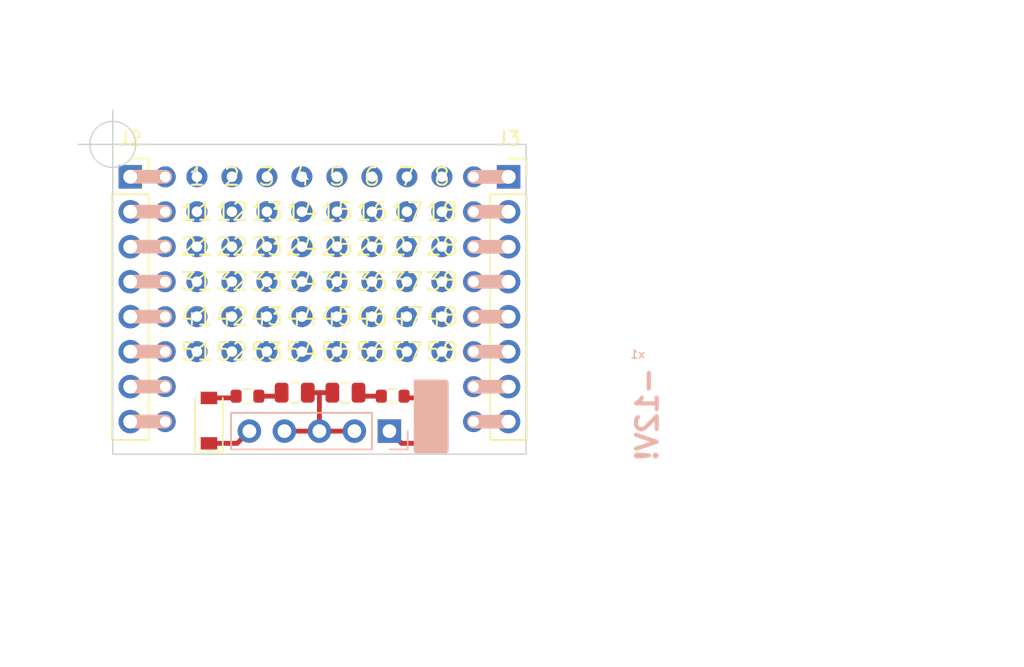
<source format=kicad_pcb>
(kicad_pcb (version 20211014) (generator pcbnew)
  (layers (0 "F.Cu" signal) (31 "B.Cu" signal) (34 "B.Paste" user) (35 "F.Paste" user) (36 "B.SilkS" user "B.Silkscreen") (37 "F.SilkS" user "F.Silkscreen") (38 "B.Mask" user) (39 "F.Mask" user) (44 "Edge.Cuts" user))
  (net 0 "")
  (net 1 "-12V")
  (net 2 "GND")
  (net 3 "+12V")
  (net 4 "Net-(D1-Pad1)")
  (net 5 "Net-(D1-Pad2)")
  (net 6 "Net-(D2-Pad1)")
  (net 7 "Net-(D2-Pad2)")
  (footprint "Eurorack:Single Pad" (layer "F.Cu") (at 39.75 2.3578)
    (fp_text reference "REF**" hide)
    (fp_text value "Single Pad")
    (pad "1" thru_hole circle (at -35.94 0) (size 1.524 1.524) (drill 0.762) (layers *.Cu *.Mask))
  )
  (footprint "" (layer "F.Cu") (at 6.11 4.89)
    (fp_text reference "11" (at 0 0) (layer "F.SilkS") (effects (font (size 1.27 1.27))))
    (fp_text value "" (at 0 0) (layer "F.SilkS") (effects (font (size 1.27 1.27))))
    (pad "1" thru_hole circle (at 0 0) (size 1.524 1.524) (drill 0.762) (layers *.Cu *.Mask))
  )
  (footprint "Resistor_SMD:R_0603_1608Metric" (layer "F.Cu") (at 20.32 18.288 180)
    (fp_text reference "FB1" hide)
    (fp_text value "FerriteBead_Small")
    (fp_line (start -0.237258 0.5225) (end 0.237258 0.5225) (layer "F.SilkS") (width 0.12))
    (fp_line (start -0.237258 -0.5225) (end 0.237258 -0.5225) (layer "F.SilkS") (width 0.12))
    (pad "1" smd roundrect (at -0.825 0 180) (size 0.8 0.95) (layers "F.Cu" "F.Paste" "F.Mask") (net 4 "Net-(D1-Pad1)"))
    (pad "2" smd roundrect (at 0.825 0 180) (size 0.8 0.95) (layers "F.Cu" "F.Paste" "F.Mask") (net 1 "-12V"))
  )
  (footprint "" (layer "F.Cu") (at 6.11 9.97)
    (fp_text reference "31" (at 0 0) (layer "F.SilkS") (effects (font (size 1.27 1.27))))
    (fp_text value "" (at 0 0) (layer "F.SilkS") (effects (font (size 1.27 1.27))))
    (pad "1" thru_hole circle (at 0 0) (size 1.524 1.524) (drill 0.762) (layers *.Cu *.Mask))
  )
  (footprint "" (layer "F.Cu") (at 6.11 15.05)
    (fp_text reference "51" (at 0 0) (layer "F.SilkS") (effects (font (size 1.27 1.27))))
    (fp_text value "" (at 0 0) (layer "F.SilkS") (effects (font (size 1.27 1.27))))
    (pad "1" thru_hole circle (at 0 0) (size 1.524 1.524) (drill 0.762) (layers *.Cu *.Mask))
  )
  (footprint "" (layer "F.Cu") (at 13.73 7.43)
    (fp_text reference "24" (at 0 0) (layer "F.SilkS") (effects (font (size 1.27 1.27))))
    (fp_text value "" (at 0 0) (layer "F.SilkS") (effects (font (size 1.27 1.27))))
    (pad "1" thru_hole circle (at 0 0) (size 1.524 1.524) (drill 0.762) (layers *.Cu *.Mask))
  )
  (footprint "" (layer "F.Cu") (at 16.27 15.05)
    (fp_text reference "55" (at 0 0) (layer "F.SilkS") (effects (font (size 1.27 1.27))))
    (fp_text value "" (at 0 0) (layer "F.SilkS") (effects (font (size 1.27 1.27))))
    (pad "1" thru_hole circle (at 0 0) (size 1.524 1.524) (drill 0.762) (layers *.Cu *.Mask))
  )
  (footprint "" (layer "F.Cu") (at 21.35 4.89)
    (fp_text reference "17" (at 0 0) (layer "F.SilkS") (effects (font (size 1.27 1.27))))
    (fp_text value "" (at 0 0) (layer "F.SilkS") (effects (font (size 1.27 1.27))))
    (pad "1" thru_hole circle (at 0 0) (size 1.524 1.524) (drill 0.762) (layers *.Cu *.Mask))
  )
  (footprint "Diode_SMD:D_SOD-123" (layer "F.Cu") (at 6.985 20.066 90)
    (fp_text reference "D2" hide)
    (fp_text value "1N5817")
    (fp_line (start -2.25 -1) (end -2.25 1) (layer "F.SilkS") (width 0.12))
    (fp_line (start -2.25 1) (end 1.65 1) (layer "F.SilkS") (width 0.12))
    (fp_line (start -2.25 -1) (end 1.65 -1) (layer "F.SilkS") (width 0.12))
    (pad "1" smd rect (at -1.65 0 90) (size 0.9 1.2) (layers "F.Cu" "F.Paste" "F.Mask") (net 6 "Net-(D2-Pad1)"))
    (pad "2" smd rect (at 1.65 0 90) (size 0.9 1.2) (layers "F.Cu" "F.Paste" "F.Mask") (net 7 "Net-(D2-Pad2)"))
  )
  (footprint "Eurorack:Single Pad" (layer "F.Cu") (at 61.94 9.9778)
    (fp_text reference "REF**10" hide)
    (fp_text value "Single Pad")
    (pad "1" thru_hole circle (at -35.75 0) (size 1.524 1.524) (drill 0.762) (layers *.Cu *.Mask))
  )
  (footprint "" (layer "F.Cu") (at 21.35 9.97)
    (fp_text reference "37" (at 0 0) (layer "F.SilkS") (effects (font (size 1.27 1.27))))
    (fp_text value "" (at 0 0) (layer "F.SilkS") (effects (font (size 1.27 1.27))))
    (pad "1" thru_hole circle (at 0 0) (size 1.524 1.524) (drill 0.762) (layers *.Cu *.Mask))
  )
  (footprint "" (layer "F.Cu") (at 13.73 15.05)
    (fp_text reference "54" (at 0 0) (layer "F.SilkS") (effects (font (size 1.27 1.27))))
    (fp_text value "" (at 0 0) (layer "F.SilkS") (effects (font (size 1.27 1.27))))
    (pad "1" thru_hole circle (at 0 0) (size 1.524 1.524) (drill 0.762) (layers *.Cu *.Mask))
  )
  (footprint "" (layer "F.Cu") (at 21.35 12.51)
    (fp_text reference "47" (at 0 0) (layer "F.SilkS") (effects (font (size 1.27 1.27))))
    (fp_text value "" (at 0 0) (layer "F.SilkS") (effects (font (size 1.27 1.27))))
    (pad "1" thru_hole circle (at 0 0) (size 1.524 1.524) (drill 0.762) (layers *.Cu *.Mask))
  )
  (footprint "" (layer "F.Cu") (at 18.81 12.51)
    (fp_text reference "46" (at 0 0) (layer "F.SilkS") (effects (font (size 1.27 1.27))))
    (fp_text value "" (at 0 0) (layer "F.SilkS") (effects (font (size 1.27 1.27))))
    (pad "1" thru_hole circle (at 0 0) (size 1.524 1.524) (drill 0.762) (layers *.Cu *.Mask))
  )
  (footprint "" (layer "F.Cu") (at 23.89 7.43)
    (fp_text reference "28" (at 0 0) (layer "F.SilkS") (effects (font (size 1.27 1.27))))
    (fp_text value "" (at 0 0) (layer "F.SilkS") (effects (font (size 1.27 1.27))))
    (pad "1" thru_hole circle (at 0 0) (size 1.524 1.524) (drill 0.762) (layers *.Cu *.Mask))
  )
  (footprint "Capacitor_SMD:C_0805_2012Metric" (layer "F.Cu") (at 16.891 18.034 180)
    (fp_text reference "C1" hide)
    (fp_text value "10uF")
    (fp_line (start -0.261252 -0.735) (end 0.261252 -0.735) (layer "F.SilkS") (width 0.12))
    (fp_line (start -0.261252 0.735) (end 0.261252 0.735) (layer "F.SilkS") (width 0.12))
    (pad "1" smd roundrect (at -0.95 0 180) (size 1 1.45) (layers "F.Cu" "F.Paste" "F.Mask") (net 1 "-12V"))
    (pad "2" smd roundrect (at 0.95 0 180) (size 1 1.45) (layers "F.Cu" "F.Paste" "F.Mask") (net 2 "GND"))
  )
  (footprint "Eurorack:Single Pad" (layer "F.Cu") (at 61.94 12.5178)
    (fp_text reference "REF**11" hide)
    (fp_text value "Single Pad")
    (pad "1" thru_hole circle (at -35.75 0) (size 1.524 1.524) (drill 0.762) (layers *.Cu *.Mask))
  )
  (footprint "" (layer "F.Cu") (at 23.89 9.97)
    (fp_text reference "38" (at 0 0) (layer "F.SilkS") (effects (font (size 1.27 1.27))))
    (fp_text value "" (at 0 0) (layer "F.SilkS") (effects (font (size 1.27 1.27))))
    (pad "1" thru_hole circle (at 0 0) (size 1.524 1.524) (drill 0.762) (layers *.Cu *.Mask))
  )
  (footprint "" (layer "F.Cu") (at 23.89 2.35)
    (fp_text reference "8" (at 0 0) (layer "F.SilkS") (effects (font (size 1.27 1.27))))
    (fp_text value "" (at 0 0) (layer "F.SilkS") (effects (font (size 1.27 1.27))))
    (pad "1" thru_hole circle (at 0 0) (size 1.524 1.524) (drill 0.762) (layers *.Cu *.Mask))
  )
  (footprint "" (layer "F.Cu") (at 23.89 4.89)
    (fp_text reference "18" (at 0 0) (layer "F.SilkS") (effects (font (size 1.27 1.27))))
    (fp_text value "" (at 0 0) (layer "F.SilkS") (effects (font (size 1.27 1.27))))
    (pad "1" thru_hole circle (at 0 0) (size 1.524 1.524) (drill 0.762) (layers *.Cu *.Mask))
  )
  (footprint "" (layer "F.Cu") (at 11.19 12.51)
    (fp_text reference "43" (at 0 0) (layer "F.SilkS") (effects (font (size 1.27 1.27))))
    (fp_text value "" (at 0 0) (layer "F.SilkS") (effects (font (size 1.27 1.27))))
    (pad "1" thru_hole circle (at 0 0) (size 1.524 1.524) (drill 0.762) (layers *.Cu *.Mask))
  )
  (footprint "Eurorack:Single Pad" (layer "F.Cu") (at 39.75 15.0578)
    (fp_text reference "REF**5" hide)
    (fp_text value "Single Pad")
    (pad "1" thru_hole circle (at -35.94 0) (size 1.524 1.524) (drill 0.762) (layers *.Cu *.Mask))
  )
  (footprint "Eurorack:Single Pad" (layer "F.Cu") (at 61.94 15.0578)
    (fp_text reference "REF**12" hide)
    (fp_text value "Single Pad")
    (pad "1" thru_hole circle (at -35.75 0) (size 1.524 1.524) (drill 0.762) (layers *.Cu *.Mask))
  )
  (footprint "" (layer "F.Cu") (at 13.73 12.51)
    (fp_text reference "44" (at 0 0) (layer "F.SilkS") (effects (font (size 1.27 1.27))))
    (fp_text value "" (at 0 0) (layer "F.SilkS") (effects (font (size 1.27 1.27))))
    (pad "1" thru_hole circle (at 0 0) (size 1.524 1.524) (drill 0.762) (layers *.Cu *.Mask))
  )
  (footprint "" (layer "F.Cu") (at 11.19 2.35)
    (fp_text reference "3" (at 0 0) (layer "F.SilkS") (effects (font (size 1.27 1.27))))
    (fp_text value "" (at 0 0) (layer "F.SilkS") (effects (font (size 1.27 1.27))))
    (pad "1" thru_hole circle (at 0 0) (size 1.524 1.524) (drill 0.762) (layers *.Cu *.Mask))
  )
  (footprint "" (layer "F.Cu") (at 18.81 15.05)
    (fp_text reference "56" (at 0 0) (layer "F.SilkS") (effects (font (size 1.27 1.27))))
    (fp_text value "" (at 0 0) (layer "F.SilkS") (effects (font (size 1.27 1.27))))
    (pad "1" thru_hole circle (at 0 0) (size 1.524 1.524) (drill 0.762) (layers *.Cu *.Mask))
  )
  (footprint "" (layer "F.Cu") (at 8.65 4.89)
    (fp_text reference "12" (at 0 0) (layer "F.SilkS") (effects (font (size 1.27 1.27))))
    (fp_text value "" (at 0 0) (layer "F.SilkS") (effects (font (size 1.27 1.27))))
    (pad "1" thru_hole circle (at 0 0) (size 1.524 1.524) (drill 0.762) (layers *.Cu *.Mask))
  )
  (footprint "" (layer "F.Cu") (at 6.11 2.35)
    (fp_text reference "1" (at 0 0) (layer "F.SilkS") (effects (font (size 1.27 1.27))))
    (fp_text value "" (at 0 0) (layer "F.SilkS") (effects (font (size 1.27 1.27))))
    (pad "1" thru_hole circle (at 0 0) (size 1.524 1.524) (drill 0.762) (layers *.Cu *.Mask))
  )
  (footprint "" (layer "F.Cu") (at 18.81 2.35)
    (fp_text reference "6" (at 0 0) (layer "F.SilkS") (effects (font (size 1.27 1.27))))
    (fp_text value "" (at 0 0) (layer "F.SilkS") (effects (font (size 1.27 1.27))))
    (pad "1" thru_hole circle (at 0 0) (size 1.524 1.524) (drill 0.762) (layers *.Cu *.Mask))
  )
  (footprint "" (layer "F.Cu") (at 6.11 7.43)
    (fp_text reference "21" (at 0 0) (layer "F.SilkS") (effects (font (size 1.27 1.27))))
    (fp_text value "" (at 0 0) (layer "F.SilkS") (effects (font (size 1.27 1.27))))
    (pad "1" thru_hole circle (at 0 0) (size 1.524 1.524) (drill 0.762) (layers *.Cu *.Mask))
  )
  (footprint "" (layer "F.Cu") (at 18.81 7.43)
    (fp_text reference "26" (at 0 0) (layer "F.SilkS") (effects (font (size 1.27 1.27))))
    (fp_text value "" (at 0 0) (layer "F.SilkS") (effects (font (size 1.27 1.27))))
    (pad "1" thru_hole circle (at 0 0) (size 1.524 1.524) (drill 0.762) (layers *.Cu *.Mask))
  )
  (footprint "" (layer "F.Cu") (at 11.19 15.05)
    (fp_text reference "53" (at 0 0) (layer "F.SilkS") (effects (font (size 1.27 1.27))))
    (fp_text value "" (at 0 0) (layer "F.SilkS") (effects (font (size 1.27 1.27))))
    (pad "1" thru_hole circle (at 0 0) (size 1.524 1.524) (drill 0.762) (layers *.Cu *.Mask))
  )
  (footprint "Resistor_SMD:R_0603_1608Metric" (layer "F.Cu") (at 9.779 18.288)
    (fp_text reference "FB2" hide)
    (fp_text value "FerriteBead_Small")
    (fp_line (start -0.237258 0.5225) (end 0.237258 0.5225) (layer "F.SilkS") (width 0.12))
    (fp_line (start -0.237258 -0.5225) (end 0.237258 -0.5225) (layer "F.SilkS") (width 0.12))
    (pad "1" smd roundrect (at -0.825 0) (size 0.8 0.95) (layers "F.Cu" "F.Paste" "F.Mask") (net 7 "Net-(D2-Pad2)"))
    (pad "2" smd roundrect (at 0.825 0) (size 0.8 0.95) (layers "F.Cu" "F.Paste" "F.Mask") (net 3 "+12V"))
  )
  (footprint "" (layer "F.Cu") (at 21.35 7.43)
    (fp_text reference "27" (at 0 0) (layer "F.SilkS") (effects (font (size 1.27 1.27))))
    (fp_text value "" (at 0 0) (layer "F.SilkS") (effects (font (size 1.27 1.27))))
    (pad "1" thru_hole circle (at 0 0) (size 1.524 1.524) (drill 0.762) (layers *.Cu *.Mask))
  )
  (footprint "Diode_SMD:D_SOD-123" (layer "F.Cu") (at 23.114 20.066 -90)
    (fp_text reference "D1" hide)
    (fp_text value "1N5817")
    (fp_line (start -2.25 -1) (end 1.65 -1) (layer "F.SilkS") (width 0.12))
    (fp_line (start -2.25 1) (end 1.65 1) (layer "F.SilkS") (width 0.12))
    (fp_line (start -2.25 -1) (end -2.25 1) (layer "F.SilkS") (width 0.12))
    (pad "1" smd rect (at -1.65 0 270) (size 0.9 1.2) (layers "F.Cu" "F.Paste" "F.Mask") (net 4 "Net-(D1-Pad1)"))
    (pad "2" smd rect (at 1.65 0 270) (size 0.9 1.2) (layers "F.Cu" "F.Paste" "F.Mask") (net 5 "Net-(D1-Pad2)"))
  )
  (footprint "Eurorack:Single Pad" (layer "F.Cu") (at 61.94 17.5978)
    (fp_text reference "REF**13" hide)
    (fp_text value "Single Pad")
    (pad "1" thru_hole circle (at -35.75 0) (size 1.524 1.524) (drill 0.762) (layers *.Cu *.Mask))
  )
  (footprint "Capacitor_SMD:C_0805_2012Metric" (layer "F.Cu") (at 13.208 18.034 180)
    (fp_text reference "C2" hide)
    (fp_text value "10uF")
    (fp_line (start -0.261252 0.735) (end 0.261252 0.735) (layer "F.SilkS") (width 0.12))
    (fp_line (start -0.261252 -0.735) (end 0.261252 -0.735) (layer "F.SilkS") (width 0.12))
    (pad "1" smd roundrect (at -0.95 0 180) (size 1 1.45) (layers "F.Cu" "F.Paste" "F.Mask") (net 2 "GND"))
    (pad "2" smd roundrect (at 0.95 0 180) (size 1 1.45) (layers "F.Cu" "F.Paste" "F.Mask") (net 3 "+12V"))
  )
  (footprint "" (layer "F.Cu") (at 13.73 4.89)
    (fp_text reference "14" (at 0 0) (layer "F.SilkS") (effects (font (size 1.27 1.27))))
    (fp_text value "" (at 0 0) (layer "F.SilkS") (effects (font (size 1.27 1.27))))
    (pad "1" thru_hole circle (at 0 0) (size 1.524 1.524) (drill 0.762) (layers *.Cu *.Mask))
  )
  (footprint "" (layer "F.Cu") (at 8.65 2.35)
    (fp_text reference "2" (at 0 0) (layer "F.SilkS") (effects (font (size 1.27 1.27))))
    (fp_text value "" (at 0 0) (layer "F.SilkS") (effects (font (size 1.27 1.27))))
    (pad "1" thru_hole circle (at 0 0) (size 1.524 1.524) (drill 0.762) (layers *.Cu *.Mask))
  )
  (footprint "" (layer "F.Cu") (at 16.27 9.97)
    (fp_text reference "35" (at 0 0) (layer "F.SilkS") (effects (font (size 1.27 1.27))))
    (fp_text value "" (at 0 0) (layer "F.SilkS") (effects (font (size 1.27 1.27))))
    (pad "1" thru_hole circle (at 0 0) (size 1.524 1.524) (drill 0.762) (layers *.Cu *.Mask))
  )
  (footprint "" (layer "F.Cu") (at 8.65 12.51)
    (fp_text reference "42" (at 0 0) (layer "F.SilkS") (effects (font (size 1.27 1.27))))
    (fp_text value "" (at 0 0) (layer "F.SilkS") (effects (font (size 1.27 1.27))))
    (pad "1" thru_hole circle (at 0 0) (size 1.524 1.524) (drill 0.762) (layers *.Cu *.Mask))
  )
  (footprint "" (layer "F.Cu") (at 23.89 15.05)
    (fp_text reference "58" (at 0 0) (layer "F.SilkS") (effects (font (size 1.27 1.27))))
    (fp_text value "" (at 0 0) (layer "F.SilkS") (effects (font (size 1.27 1.27))))
    (pad "1" thru_hole circle (at 0 0) (size 1.524 1.524) (drill 0.762) (layers *.Cu *.Mask))
  )
  (footprint "Eurorack:Single Pad" (layer "F.Cu") (at 61.94 20.1378)
    (fp_text reference "REF**14" hide)
    (fp_text value "Single Pad")
    (pad "1" thru_hole circle (at -35.75 0) (size 1.524 1.524) (drill 0.762) (layers *.Cu *.Mask))
  )
  (footprint "" (layer "F.Cu") (at 8.65 15.05)
    (fp_text reference "52" (at 0 0) (layer "F.SilkS") (effects (font (size 1.27 1.27))))
    (fp_text value "" (at 0 0) (layer "F.SilkS") (effects (font (size 1.27 1.27))))
    (pad "1" thru_hole circle (at 0 0) (size 1.524 1.524) (drill 0.762) (layers *.Cu *.Mask))
  )
  (footprint "" (layer "F.Cu") (at 16.27 7.43)
    (fp_text reference "25" (at 0 0) (layer "F.SilkS") (effects (font (size 1.27 1.27))))
    (fp_text value "" (at 0 0) (layer "F.SilkS") (effects (font (size 1.27 1.27))))
    (pad "1" thru_hole circle (at 0 0) (size 1.524 1.524) (drill 0.762) (layers *.Cu *.Mask))
  )
  (footprint "Eurorack:Single Pad" (layer "F.Cu") (at 39.75 20.1378)
    (fp_text reference "REF**7" hide)
    (fp_text value "Single Pad")
    (pad "1" thru_hole circle (at -35.94 0) (size 1.524 1.524) (drill 0.762) (layers *.Cu *.Mask))
  )
  (footprint "Eurorack:Single Pad" (layer "F.Cu") (at 61.94 2.3578)
    (fp_text reference "REF**" hide)
    (fp_text value "Single Pad")
    (pad "1" thru_hole circle (at -35.75 0) (size 1.524 1.524) (drill 0.762) (layers *.Cu *.Mask))
  )
  (footprint "Eurorack:Single Pad" (layer "F.Cu") (at 39.75 12.5178)
    (fp_text reference "REF**4" hide)
    (fp_text value "Single Pad")
    (pad "1" thru_hole circle (at -35.94 0) (size 1.524 1.524) (drill 0.762) (layers *.Cu *.Mask))
  )
  (footprint "" (layer "F.Cu") (at 11.19 9.97)
    (fp_text reference "33" (at 0 0) (layer "F.SilkS") (effects (font (size 1.27 1.27))))
    (fp_text value "" (at 0 0) (layer "F.SilkS") (effects (font (size 1.27 1.27))))
    (pad "1" thru_hole circle (at 0 0) (size 1.524 1.524) (drill 0.762) (layers *.Cu *.Mask))
  )
  (footprint "" (layer "F.Cu") (at 18.81 9.97)
    (fp_text reference "36" (at 0 0) (layer "F.SilkS") (effects (font (size 1.27 1.27))))
    (fp_text value "" (at 0 0) (layer "F.SilkS") (effects (font (size 1.27 1.27))))
    (pad "1" thru_hole circle (at 0 0) (size 1.524 1.524) (drill 0.762) (layers *.Cu *.Mask))
  )
  (footprint "Connector_PinSocket_2.54mm:PinSocket_1x08_P2.54mm_Vertical" (layer "F.Cu") (at 28.73 2.3578)
    (fp_text reference "J3" (at 0 -2.77) (layer "F.SilkS"))
    (fp_text value "Conn_01x08_Female")
    (fp_line (start 1.33 -1.33) (end 1.33 0) (layer "F.SilkS") (width 0.12))
    (fp_line (start -1.33 19.11) (end 1.33 19.11) (layer "F.SilkS") (width 0.12))
    (fp_line (start 1.33 1.27) (end 1.33 19.11) (layer "F.SilkS") (width 0.12))
    (fp_line (start 0 -1.33) (end 1.33 -1.33) (layer "F.SilkS") (width 0.12))
    (fp_line (start -1.33 1.27) (end -1.33 19.11) (layer "F.SilkS") (width 0.12))
    (fp_line (start -1.33 1.27) (end 1.33 1.27) (layer "F.SilkS") (width 0.12))
    (pad "1" thru_hole rect (at 0 0) (size 1.7 1.7) (drill 1) (layers *.Cu *.Mask))
    (pad "2" thru_hole oval (at 0 2.54) (size 1.7 1.7) (drill 1) (layers *.Cu *.Mask))
    (pad "3" thru_hole oval (at 0 5.08) (size 1.7 1.7) (drill 1) (layers *.Cu *.Mask))
    (pad "4" thru_hole oval (at 0 7.62) (size 1.7 1.7) (drill 1) (layers *.Cu *.Mask))
    (pad "5" thru_hole oval (at 0 10.16) (size 1.7 1.7) (drill 1) (layers *.Cu *.Mask))
    (pad "6" thru_hole oval (at 0 12.7) (size 1.7 1.7) (drill 1) (layers *.Cu *.Mask))
    (pad "7" thru_hole oval (at 0 15.24) (size 1.7 1.7) (drill 1) (layers *.Cu *.Mask))
    (pad "8" thru_hole oval (at 0 17.78) (size 1.7 1.7) (drill 1) (layers *.Cu *.Mask))
  )
  (footprint "Eurorack:Single Pad" (layer "F.Cu") (at 39.75 4.8978)
    (fp_text reference "REF**1" hide)
    (fp_text value "Single Pad")
    (pad "1" thru_hole circle (at -35.94 0) (size 1.524 1.524) (drill 0.762) (layers *.Cu *.Mask))
  )
  (footprint "" (layer "F.Cu") (at 16.27 12.51)
    (fp_text reference "45" (at 0 0) (layer "F.SilkS") (effects (font (size 1.27 1.27))))
    (fp_text value "" (at 0 0) (layer "F.SilkS") (effects (font (size 1.27 1.27))))
    (pad "1" thru_hole circle (at 0 0) (size 1.524 1.524) (drill 0.762) (layers *.Cu *.Mask))
  )
  (footprint "" (layer "F.Cu") (at 8.65 9.97)
    (fp_text reference "32" (at 0 0) (layer "F.SilkS") (effects (font (size 1.27 1.27))))
    (fp_text value "" (at 0 0) (layer "F.SilkS") (effects (font (size 1.27 1.27))))
    (pad "1" thru_hole circle (at 0 0) (size 1.524 1.524) (drill 0.762) (layers *.Cu *.Mask))
  )
  (footprint "" (layer "F.Cu") (at 11.19 7.43)
    (fp_text reference "23" (at 0 0) (layer "F.SilkS") (effects (font (size 1.27 1.27))))
    (fp_text value "" (at 0 0) (layer "F.SilkS") (effects (font (size 1.27 1.27))))
    (pad "1" thru_hole circle (at 0 0) (size 1.524 1.524) (drill 0.762) (layers *.Cu *.Mask))
  )
  (footprint "" (layer "F.Cu") (at 18.81 4.89)
    (fp_text reference "16" (at 0 0) (layer "F.SilkS") (effects (font (size 1.27 1.27))))
    (fp_text value "" (at 0 0) (layer "F.SilkS") (effects (font (size 1.27 1.27))))
    (pad "1" thru_hole circle (at 0 0) (size 1.524 1.524) (drill 0.762) (layers *.Cu *.Mask))
  )
  (footprint "" (layer "F.Cu") (at 8.65 7.43)
    (fp_text reference "22" (at 0 0) (layer "F.SilkS") (effects (font (size 1.27 1.27))))
    (fp_text value "" (at 0 0) (layer "F.SilkS") (effects (font (size 1.27 1.27))))
    (pad "1" thru_hole circle (at 0 0) (size 1.524 1.524) (drill 0.762) (layers *.Cu *.Mask))
  )
  (footprint "Eurorack:Single Pad" (layer "F.Cu") (at 61.94 7.4378)
    (fp_text reference "REF**9" hide)
    (fp_text value "Single Pad")
    (pad "1" thru_hole circle (at -35.75 0) (size 1.524 1.524) (drill 0.762) (layers *.Cu *.Mask))
  )
  (footprint "" (layer "F.Cu") (at 13.73 2.35)
    (fp_text reference "4" (at 0 0) (layer "F.SilkS") (effects (font (size 1.27 1.27))))
    (fp_text value "" (at 0 0) (layer "F.SilkS") (effects (font (size 1.27 1.27))))
    (pad "1" thru_hole circle (at 0 0) (size 1.524 1.524) (drill 0.762) (layers *.Cu *.Mask))
  )
  (footprint "" (layer "F.Cu") (at 21.35 15.05)
    (fp_text reference "57" (at 0 0) (layer "F.SilkS") (effects (font (size 1.27 1.27))))
    (fp_text value "" (at 0 0) (layer "F.SilkS") (effects (font (size 1.27 1.27))))
    (pad "1" thru_hole circle (at 0 0) (size 1.524 1.524) (drill 0.762) (layers *.Cu *.Mask))
  )
  (footprint "" (layer "F.Cu") (at 13.73 9.97)
    (fp_text reference "34" (at 0 0) (layer "F.SilkS") (effects (font (size 1.27 1.27))))
    (fp_text value "" (at 0 0) (layer "F.SilkS") (effects (font (size 1.27 1.27))))
    (pad "1" thru_hole circle (at 0 0) (size 1.524 1.524) (drill 0.762) (layers *.Cu *.Mask))
  )
  (footprint "Eurorack:Single Pad" (layer "F.Cu") (at 61.94 4.8978)
    (fp_text reference "REF**8" hide)
    (fp_text value "Single Pad")
    (pad "1" thru_hole circle (at -35.75 0) (size 1.524 1.524) (drill 0.762) (layers *.Cu *.Mask))
  )
  (footprint "Connector_PinSocket_2.54mm:PinSocket_1x08_P2.54mm_Vertical" (layer "F.Cu") (at 1.2726 2.3578)
    (fp_text reference "J2" (at 0 -2.77) (layer "F.SilkS"))
    (fp_text value "Conn_01x08_Female")
    (fp_line (start 1.33 -1.33) (end 1.33 0) (layer "F.SilkS") (width 0.12))
    (fp_line (start -1.33 1.27) (end -1.33 19.11) (layer "F.SilkS") (width 0.12))
    (fp_line (start -1.33 19.11) (end 1.33 19.11) (layer "F.SilkS") (width 0.12))
    (fp_line (start 0 -1.33) (end 1.33 -1.33) (layer "F.SilkS") (width 0.12))
    (fp_line (start 1.33 1.27) (end 1.33 19.11) (layer "F.SilkS") (width 0.12))
    (fp_line (start -1.33 1.27) (end 1.33 1.27) (layer "F.SilkS") (width 0.12))
    (pad "1" thru_hole rect (at 0 0) (size 1.7 1.7) (drill 1) (layers *.Cu *.Mask))
    (pad "2" thru_hole oval (at 0 2.54) (size 1.7 1.7) (drill 1) (layers *.Cu *.Mask))
    (pad "3" thru_hole oval (at 0 5.08) (size 1.7 1.7) (drill 1) (layers *.Cu *.Mask))
    (pad "4" thru_hole oval (at 0 7.62) (size 1.7 1.7) (drill 1) (layers *.Cu *.Mask))
    (pad "5" thru_hole oval (at 0 10.16) (size 1.7 1.7) (drill 1) (layers *.Cu *.Mask))
    (pad "6" thru_hole oval (at 0 12.7) (size 1.7 1.7) (drill 1) (layers *.Cu *.Mask))
    (pad "7" thru_hole oval (at 0 15.24) (size 1.7 1.7) (drill 1) (layers *.Cu *.Mask))
    (pad "8" thru_hole oval (at 0 17.78) (size 1.7 1.7) (drill 1) (layers *.Cu *.Mask))
  )
  (footprint "" (layer "F.Cu") (at 11.19 4.89)
    (fp_text reference "13" (at 0 0) (layer "F.SilkS") (effects (font (size 1.27 1.27))))
    (fp_text value "" (at 0 0) (layer "F.SilkS") (effects (font (size 1.27 1.27))))
    (pad "1" thru_hole circle (at 0 0) (size 1.524 1.524) (drill 0.762) (layers *.Cu *.Mask))
  )
  (footprint "Eurorack:Single Pad" (layer "F.Cu") (at 39.75 17.5978)
    (fp_text reference "REF**6" hide)
    (fp_text value "Single Pad")
    (pad "1" thru_hole circle (at -35.94 0) (size 1.524 1.524) (drill 0.762) (layers *.Cu *.Mask))
  )
  (footprint "Eurorack:Single Pad" (layer "F.Cu") (at 39.75 7.4378)
    (fp_text reference "REF**2" hide)
    (fp_text value "Single Pad")
    (pad "1" thru_hole circle (at -35.94 0) (size 1.524 1.524) (drill 0.762) (layers *.Cu *.Mask))
  )
  (footprint "" (layer "F.Cu") (at 16.27 2.35)
    (fp_text reference "5" (at 0 0) (layer "F.SilkS") (effects (font (size 1.27 1.27))))
    (fp_text value "" (at 0 0) (layer "F.SilkS") (effects (font (size 1.27 1.27))))
    (pad "1" thru_hole circle (at 0 0) (size 1.524 1.524) (drill 0.762) (layers *.Cu *.Mask))
  )
  (footprint "" (layer "F.Cu") (at 16.27 4.89)
    (fp_text reference "15" (at 0 0) (layer "F.SilkS") (effects (font (size 1.27 1.27))))
    (fp_text value "" (at 0 0) (layer "F.SilkS") (effects (font (size 1.27 1.27))))
    (pad "1" thru_hole circle (at 0 0) (size 1.524 1.524) (drill 0.762) (layers *.Cu *.Mask))
  )
  (footprint "Eurorack:Single Pad" (layer "F.Cu") (at 39.75 9.9778)
    (fp_text reference "REF**3" hide)
    (fp_text value "Single Pad")
    (pad "1" thru_hole circle (at -35.94 0) (size 1.524 1.524) (drill 0.762) (layers *.Cu *.Mask))
  )
  (footprint "" (layer "F.Cu") (at 23.89 12.51)
    (fp_text reference "48" (at 0 0) (layer "F.SilkS") (effects (font (size 1.27 1.27))))
    (fp_text value "" (at 0 0) (layer "F.SilkS") (effects (font (size 1.27 1.27))))
    (pad "1" thru_hole circle (at 0 0) (size 1.524 1.524) (drill 0.762) (layers *.Cu *.Mask))
  )
  (footprint "" (layer "F.Cu") (at 21.35 2.35)
    (fp_text reference "7" (at 0 0) (layer "F.SilkS") (effects (font (size 1.27 1.27))))
    (fp_text value "" (at 0 0) (layer "F.SilkS") (effects (font (size 1.27 1.27))))
    (pad "1" thru_hole circle (at 0 0) (size 1.524 1.524) (drill 0.762) (layers *.Cu *.Mask))
  )
  (footprint "" (layer "F.Cu") (at 6.11 12.51)
    (fp_text reference "41" (at 0 0) (layer "F.SilkS") (effects (font (size 1.27 1.27))))
    (fp_text value "" (at 0 0) (layer "F.SilkS") (effects (font (size 1.27 1.27))))
    (pad "1" thru_hole circle (at 0 0) (size 1.524 1.524) (drill 0.762) (layers *.Cu *.Mask))
  )
  (footprint "Connector_PinHeader_2.54mm:PinHeader_1x05_P2.54mm_Vertical" (layer "B.Cu") (at 20.08 20.828 90)
    (fp_text reference "J1")
    (fp_text value "Conn_01x05_Male")
    (fp_line (start 1.33 -1.27) (end 1.33 -11.49) (layer "B.SilkS") (width 0.12))
    (fp_line (start -1.33 -1.27) (end -1.33 -11.49) (layer "B.SilkS") (width 0.12))
    (fp_line (start -1.33 1.33) (end 0 1.33) (layer "B.SilkS") (width 0.12))
    (fp_line (start -1.33 -1.27) (end 1.33 -1.27) (layer "B.SilkS") (width 0.12))
    (fp_line (start -1.33 -11.49) (end 1.33 -11.49) (layer "B.SilkS") (width 0.12))
    (fp_line (start -1.33 0) (end -1.33 1.33) (layer "B.SilkS") (width 0.12))
    (pad "1" thru_hole rect (at 0 0 90) (size 1.7 1.7) (drill 1) (layers *.Cu *.Mask) (net 5 "Net-(D1-Pad2)"))
    (pad "2" thru_hole oval (at 0 -2.54 90) (size 1.7 1.7) (drill 1) (layers *.Cu *.Mask) (net 2 "GND"))
    (pad "3" thru_hole oval (at 0 -5.08 90) (size 1.7 1.7) (drill 1) (layers *.Cu *.Mask) (net 2 "GND"))
    (pad "4" thru_hole oval (at 0 -7.62 90) (size 1.7 1.7) (drill 1) (layers *.Cu *.Mask) (net 2 "GND"))
    (pad "5" thru_hole oval (at 0 -10.16 90) (size 1.7 1.7) (drill 1) (layers *.Cu *.Mask) (net 6 "Net-(D2-Pad1)"))
  )
  (gr_line (start 3.81 4.89) (end 1.26 4.89) (layer "B.SilkS") (width 1))
  (gr_line (start 3.81 12.51) (end 1.26 12.51) (layer "B.SilkS") (width 1))
  (gr_line (start 3.81 7.43) (end 1.26 7.43) (layer "B.SilkS") (width 1))
  (gr_line (start 28.76 12.52) (end 26.21 12.52) (layer "B.SilkS") (width 1))
  (gr_line (start 28.76 2.36) (end 26.21 2.36) (layer "B.SilkS") (width 1))
  (gr_line (start 3.81 2.35) (end 1.26 2.35) (layer "B.SilkS") (width 1))
  (gr_line (start 28.76 17.6) (end 26.21 17.6) (layer "B.SilkS") (width 1))
  (gr_line (start 28.76 20.14) (end 26.21 20.14) (layer "B.SilkS") (width 1))
  (gr_line (start 3.81 15.05) (end 1.26 15.05) (layer "B.SilkS") (width 1))
  (gr_rect (start 22.098 22.225) (end 24.13 17.335) (layer "B.SilkS") (width 0.5) (fill none))
  (gr_line (start 28.76 4.9) (end 26.21 4.9) (layer "B.SilkS") (width 1))
  (gr_line (start 3.81 17.59) (end 1.26 17.59) (layer "B.SilkS") (width 1))
  (gr_line (start 3.81 9.97) (end 1.26 9.97) (layer "B.SilkS") (width 1))
  (gr_line (start 28.76 9.98) (end 26.21 9.98) (layer "B.SilkS") (width 1))
  (gr_line (start 28.76 15.06) (end 26.21 15.06) (layer "B.SilkS") (width 1))
  (gr_line (start 28.76 7.44) (end 26.21 7.44) (layer "B.SilkS") (width 1))
  (gr_line (start 3.81 20.13) (end 1.26 20.13) (layer "B.SilkS") (width 1))
  (gr_rect (start 0 0) (end 30 22.5) (layer "Edge.Cuts") (width 0.1) (fill none))
  (gr_text "-12V!" (at 38.8 19.6 90) (layer "B.SilkS") (effects (font (size 1.5 1.5) (thickness 0.3)) (justify mirror)))
  (gr_text "x1" (at 38.1 15.24) (layer "B.SilkS") (effects (font (size 0.6 0.6) (thickness 0.1)) (justify mirror)))
  (target plus (at 0 0) (size 5) (width 0.1) (layer "Edge.Cuts"))
  (segment (start 19.495 18.288) (end 18.095 18.288) (width 0.35) (layer "F.Cu") (net 1))
  (segment (start 18.095 18.288) (end 17.841 18.034) (width 0.35) (layer "F.Cu") (net 1))
  (segment (start 15 20.828) (end 15 18.147) (width 0.35) (layer "F.Cu") (net 2))
  (segment (start 15 18.147) (end 15.113 18.034) (width 0.35) (layer "F.Cu") (net 2))
  (segment (start 12.46 20.828) (end 17.54 20.828) (width 0.35) (layer "F.Cu") (net 2))
  (segment (start 14.158 18.034) (end 15.113 18.034) (width 0.35) (layer "F.Cu") (net 2))
  (segment (start 15.113 18.034) (end 15.941 18.034) (width 0.35) (layer "F.Cu") (net 2))
  (segment (start 12.004 18.288) (end 12.258 18.034) (width 0.35) (layer "F.Cu") (net 3))
  (segment (start 10.604 18.288) (end 12.004 18.288) (width 0.35) (layer "F.Cu") (net 3))
  (segment (start 21.273 18.416) (end 21.145 18.288) (width 0.35) (layer "F.Cu") (net 4))
  (segment (start 23.114 18.416) (end 21.273 18.416) (width 0.35) (layer "F.Cu") (net 4))
  (segment (start 20.968 21.716) (end 20.08 20.828) (width 0.35) (layer "F.Cu") (net 5))
  (segment (start 23.114 21.716) (end 20.968 21.716) (width 0.35) (layer "F.Cu") (net 5))
  (segment (start 6.985 21.716) (end 9.032 21.716) (width 0.35) (layer "F.Cu") (net 6))
  (segment (start 9.032 21.716) (end 9.92 20.828) (width 0.35) (layer "F.Cu") (net 6))
  (segment (start 8.826 18.416) (end 8.954 18.288) (width 0.35) (layer "F.Cu") (net 7))
  (segment (start 6.985 18.416) (end 8.826 18.416) (width 0.35) (layer "F.Cu") (net 7))
  (zone (net 0) (net_name "") (layer "B.SilkS") (connect_pads (clearance 0.508)) (min_thickness 0.00001) (fill yes (thermal_gap 0.508) (thermal_bridge_width 0.508))
    (polygon (pts (xy 24.13 22.225) (xy 22.098 22.225) (xy 22.098 17.335) (xy 24.13 17.335)))
  )
)
</source>
